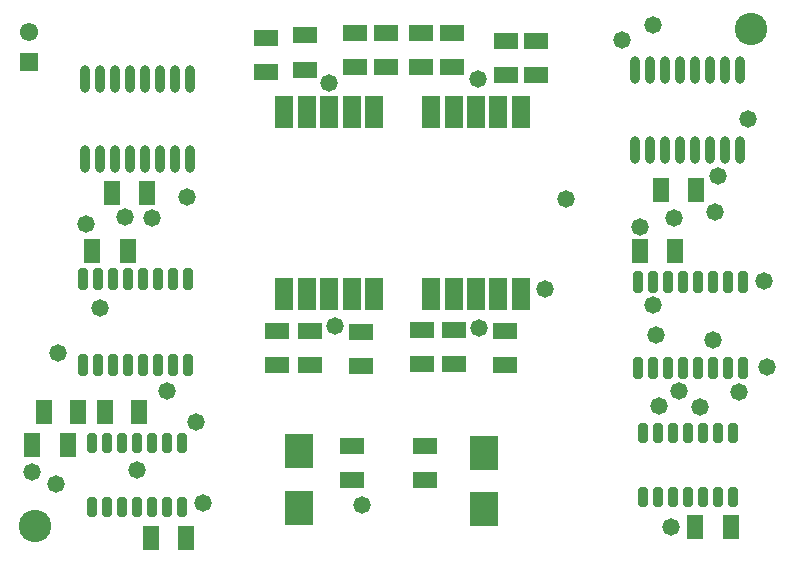
<source format=gts>
G04*
G04 #@! TF.GenerationSoftware,Altium Limited,Altium Designer,25.0.2 (28)*
G04*
G04 Layer_Color=8388736*
%FSLAX44Y44*%
%MOMM*%
G71*
G04*
G04 #@! TF.SameCoordinates,877775E4-4AF8-4732-A6CF-0C93CC7184C8*
G04*
G04*
G04 #@! TF.FilePolarity,Negative*
G04*
G01*
G75*
%ADD23R,2.4032X3.0032*%
G04:AMPARAMS|DCode=24|XSize=0.8032mm|YSize=1.6532mm|CornerRadius=0.1526mm|HoleSize=0mm|Usage=FLASHONLY|Rotation=0.000|XOffset=0mm|YOffset=0mm|HoleType=Round|Shape=RoundedRectangle|*
%AMROUNDEDRECTD24*
21,1,0.8032,1.3480,0,0,0.0*
21,1,0.4980,1.6532,0,0,0.0*
1,1,0.3052,0.2490,-0.6740*
1,1,0.3052,-0.2490,-0.6740*
1,1,0.3052,-0.2490,0.6740*
1,1,0.3052,0.2490,0.6740*
%
%ADD24ROUNDEDRECTD24*%
%ADD25R,1.3532X2.0032*%
%ADD26O,0.8032X2.3532*%
G04:AMPARAMS|DCode=27|XSize=0.8032mm|YSize=1.8532mm|CornerRadius=0.1526mm|HoleSize=0mm|Usage=FLASHONLY|Rotation=180.000|XOffset=0mm|YOffset=0mm|HoleType=Round|Shape=RoundedRectangle|*
%AMROUNDEDRECTD27*
21,1,0.8032,1.5480,0,0,180.0*
21,1,0.4980,1.8532,0,0,180.0*
1,1,0.3052,-0.2490,0.7740*
1,1,0.3052,0.2490,0.7740*
1,1,0.3052,0.2490,-0.7740*
1,1,0.3052,-0.2490,-0.7740*
%
%ADD27ROUNDEDRECTD27*%
%ADD28R,2.0032X1.3532*%
%ADD29R,1.6032X2.8032*%
%ADD30C,2.7432*%
%ADD31C,1.5500*%
%ADD32R,1.5500X1.5500*%
%ADD33C,1.4732*%
D23*
X922020Y676470D02*
D03*
Y628470D02*
D03*
X1078230Y627200D02*
D03*
Y675200D02*
D03*
D24*
X1289050Y692040D02*
D03*
X1276350D02*
D03*
X1263650D02*
D03*
X1250950D02*
D03*
X1238250D02*
D03*
X1225550D02*
D03*
X1212850D02*
D03*
X1289050Y637540D02*
D03*
X1276350D02*
D03*
X1263650D02*
D03*
X1250950D02*
D03*
X1238250D02*
D03*
X1225550D02*
D03*
X1212850D02*
D03*
X746760Y629340D02*
D03*
X759460D02*
D03*
X772160D02*
D03*
X784860D02*
D03*
X797560D02*
D03*
X810260D02*
D03*
X822960D02*
D03*
X746760Y683840D02*
D03*
X759460D02*
D03*
X772160D02*
D03*
X784860D02*
D03*
X797560D02*
D03*
X810260D02*
D03*
X822960D02*
D03*
D25*
X726200Y681990D02*
D03*
X696200D02*
D03*
X705590Y709930D02*
D03*
X734590D02*
D03*
X757660D02*
D03*
X786660D02*
D03*
X1287540Y612140D02*
D03*
X1257540D02*
D03*
X1240550Y845820D02*
D03*
X1210550D02*
D03*
X1228330Y897890D02*
D03*
X1258330D02*
D03*
X826530Y603250D02*
D03*
X796530D02*
D03*
X777000Y845820D02*
D03*
X747000D02*
D03*
X763510Y895350D02*
D03*
X793510D02*
D03*
D26*
X1295400Y999200D02*
D03*
X1282700D02*
D03*
X1270000D02*
D03*
X1257300D02*
D03*
X1244600D02*
D03*
X1231900D02*
D03*
X1219200D02*
D03*
X1206500D02*
D03*
X1295400Y931200D02*
D03*
X1282700D02*
D03*
X1270000D02*
D03*
X1257300D02*
D03*
X1244600D02*
D03*
X1231900D02*
D03*
X1219200D02*
D03*
X1206500D02*
D03*
X829310Y991870D02*
D03*
X816610D02*
D03*
X803910D02*
D03*
X791210D02*
D03*
X778510D02*
D03*
X765810D02*
D03*
X753110D02*
D03*
X740410D02*
D03*
X829310Y923870D02*
D03*
X816610D02*
D03*
X803910D02*
D03*
X791210D02*
D03*
X778510D02*
D03*
X765810D02*
D03*
X753110D02*
D03*
X740410D02*
D03*
D27*
X1209040Y747340D02*
D03*
X1221740D02*
D03*
X1234440D02*
D03*
X1247140D02*
D03*
X1259840D02*
D03*
X1272540D02*
D03*
X1285240D02*
D03*
X1297940D02*
D03*
X1209040Y819840D02*
D03*
X1221740D02*
D03*
X1234440D02*
D03*
X1247140D02*
D03*
X1259840D02*
D03*
X1272540D02*
D03*
X1285240D02*
D03*
X1297940D02*
D03*
X739140Y749880D02*
D03*
X751840D02*
D03*
X764540D02*
D03*
X777240D02*
D03*
X789940D02*
D03*
X802640D02*
D03*
X815340D02*
D03*
X828040D02*
D03*
X739140Y822380D02*
D03*
X751840D02*
D03*
X764540D02*
D03*
X777240D02*
D03*
X789940D02*
D03*
X802640D02*
D03*
X815340D02*
D03*
X828040D02*
D03*
D28*
X1024890Y1001500D02*
D03*
Y1030500D02*
D03*
X1051560Y1001500D02*
D03*
Y1030500D02*
D03*
X1026160Y779040D02*
D03*
Y750040D02*
D03*
X1052830Y779040D02*
D03*
Y750040D02*
D03*
X1096010Y778510D02*
D03*
Y749510D02*
D03*
X1122680Y995150D02*
D03*
Y1024150D02*
D03*
X1097280Y995150D02*
D03*
Y1024150D02*
D03*
X894080Y997690D02*
D03*
Y1026690D02*
D03*
X927100Y999700D02*
D03*
Y1028700D02*
D03*
X969010Y1001500D02*
D03*
Y1030500D02*
D03*
X995680Y1001500D02*
D03*
Y1030500D02*
D03*
X974090Y777770D02*
D03*
Y748770D02*
D03*
X930910Y778510D02*
D03*
Y749510D02*
D03*
X902970Y778510D02*
D03*
Y749510D02*
D03*
X966470Y652250D02*
D03*
Y681250D02*
D03*
X1028700Y652250D02*
D03*
Y681250D02*
D03*
D29*
X909470Y809930D02*
D03*
X928470D02*
D03*
X947470D02*
D03*
X966470D02*
D03*
X985470D02*
D03*
Y963930D02*
D03*
X966470D02*
D03*
X947470D02*
D03*
X928470D02*
D03*
X909470D02*
D03*
X1033780Y809930D02*
D03*
X1052780D02*
D03*
X1071780D02*
D03*
X1090780D02*
D03*
X1109780D02*
D03*
Y963930D02*
D03*
X1090780D02*
D03*
X1071780D02*
D03*
X1052780D02*
D03*
X1033780D02*
D03*
D30*
X1304290Y1033780D02*
D03*
X698500Y613410D02*
D03*
D31*
X693250Y1031040D02*
D03*
D32*
Y1006040D02*
D03*
D33*
X1236980Y612140D02*
D03*
X784860Y660400D02*
D03*
X834390Y701040D02*
D03*
X1226820Y715010D02*
D03*
X810260Y727710D02*
D03*
X717550Y759460D02*
D03*
X952500Y782320D02*
D03*
X1273810Y878840D02*
D03*
X774700Y875030D02*
D03*
X695960Y659130D02*
D03*
X840740Y632460D02*
D03*
X1221740Y800100D02*
D03*
X1224280Y774700D02*
D03*
X975360Y631190D02*
D03*
X741680Y868680D02*
D03*
X797747Y873948D02*
D03*
X753110Y797560D02*
D03*
X826770Y891540D02*
D03*
X716280Y648970D02*
D03*
X1239520Y873760D02*
D03*
X1148080Y890270D02*
D03*
X1210310Y866140D02*
D03*
X1272540Y770890D02*
D03*
X1301750Y957580D02*
D03*
X1276350Y909320D02*
D03*
X1294130Y726440D02*
D03*
X1261110Y713740D02*
D03*
X1243330Y727710D02*
D03*
X1318260Y748030D02*
D03*
X1315720Y820420D02*
D03*
X1221740Y1037590D02*
D03*
X1195070Y1024890D02*
D03*
X1130300Y814070D02*
D03*
X1074420Y781050D02*
D03*
X1073040Y991870D02*
D03*
X947420Y988060D02*
D03*
M02*

</source>
